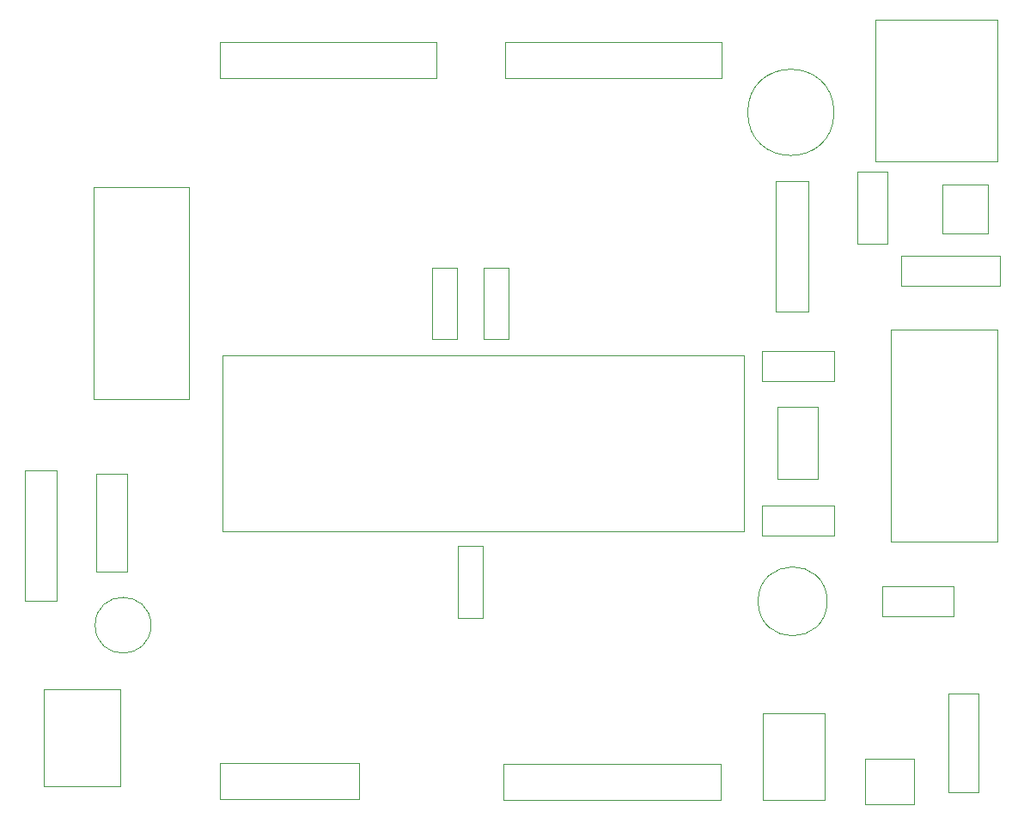
<source format=gbr>
%TF.GenerationSoftware,KiCad,Pcbnew,5.1.4-3.fc30*%
%TF.CreationDate,2019-10-13T14:19:49+02:00*%
%TF.ProjectId,avr_dev_board_atmega16,6176725f-6465-4765-9f62-6f6172645f61,1_0*%
%TF.SameCoordinates,PX2652348PY7832370*%
%TF.FileFunction,Other,User*%
%FSLAX46Y46*%
G04 Gerber Fmt 4.6, Leading zero omitted, Abs format (unit mm)*
G04 Created by KiCad (PCBNEW 5.1.4-3.fc30) date 2019-10-13 14:19:49*
%MOMM*%
%LPD*%
G04 APERTURE LIST*
%ADD10C,0.050000*%
G04 APERTURE END LIST*
D10*
%TO.C,U2*%
X98130400Y48528800D02*
X87630400Y48528800D01*
X98130400Y27568800D02*
X98130400Y48528800D01*
X87630400Y27568800D02*
X98130400Y27568800D01*
X87630400Y48528800D02*
X87630400Y27568800D01*
%TO.C,R3*%
X96265400Y2909800D02*
X96265400Y12629800D01*
X93265400Y2909800D02*
X96265400Y2909800D01*
X93265400Y12629800D02*
X93265400Y2909800D01*
X96265400Y12629800D02*
X93265400Y12629800D01*
%TO.C,R2*%
X98339400Y55797600D02*
X88619400Y55797600D01*
X98339400Y52797600D02*
X98339400Y55797600D01*
X88619400Y52797600D02*
X98339400Y52797600D01*
X88619400Y55797600D02*
X88619400Y52797600D01*
%TO.C,R1*%
X12307900Y24604000D02*
X12307900Y34324000D01*
X9307900Y24604000D02*
X12307900Y24604000D01*
X9307900Y34324000D02*
X9307900Y24604000D01*
X12307900Y34324000D02*
X9307900Y34324000D01*
%TO.C,J2*%
X86082400Y65098800D02*
X98082400Y65098800D01*
X86082400Y79098800D02*
X86082400Y65098800D01*
X98082400Y79098800D02*
X86082400Y79098800D01*
X98082400Y65098800D02*
X98082400Y79098800D01*
%TO.C,D4*%
X89885400Y6209800D02*
X85035400Y6209800D01*
X89885400Y1709800D02*
X89885400Y6209800D01*
X85035400Y1709800D02*
X89885400Y1709800D01*
X85035400Y6209800D02*
X85035400Y1709800D01*
%TO.C,D3*%
X79469400Y50298400D02*
X79469400Y63158400D01*
X76269400Y50298400D02*
X79469400Y50298400D01*
X76269400Y63158400D02*
X76269400Y50298400D01*
X79469400Y63158400D02*
X76269400Y63158400D01*
%TO.C,D2*%
X92649400Y62826100D02*
X92649400Y57976100D01*
X97149400Y62826100D02*
X92649400Y62826100D01*
X97149400Y57976100D02*
X97149400Y62826100D01*
X92649400Y57976100D02*
X97149400Y57976100D01*
%TO.C,C10*%
X86706400Y20209800D02*
X93806400Y20209800D01*
X86706400Y23209800D02*
X86706400Y20209800D01*
X93806400Y23209800D02*
X86706400Y23209800D01*
X93806400Y20209800D02*
X93806400Y23209800D01*
%TO.C,C9*%
X81310400Y21709800D02*
G75*
G03X81310400Y21709800I-3400000J0D01*
G01*
%TO.C,C8*%
X84281400Y64104200D02*
X84281400Y57004200D01*
X87281400Y64104200D02*
X84281400Y64104200D01*
X87281400Y57004200D02*
X87281400Y64104200D01*
X84281400Y57004200D02*
X87281400Y57004200D01*
%TO.C,C7*%
X81987400Y69942100D02*
G75*
G03X81987400Y69942100I-4250000J0D01*
G01*
%TO.C,Y1*%
X76433400Y40870200D02*
X76433400Y33770200D01*
X80433400Y40870200D02*
X76433400Y40870200D01*
X80433400Y33770200D02*
X80433400Y40870200D01*
X76433400Y33770200D02*
X80433400Y33770200D01*
%TO.C,C3*%
X81983400Y46440200D02*
X74883400Y46440200D01*
X81983400Y43440200D02*
X81983400Y46440200D01*
X74883400Y43440200D02*
X81983400Y43440200D01*
X74883400Y46440200D02*
X74883400Y43440200D01*
%TO.C,C2*%
X81983400Y31200200D02*
X74883400Y31200200D01*
X81983400Y28200200D02*
X81983400Y31200200D01*
X74883400Y28200200D02*
X81983400Y28200200D01*
X74883400Y31200200D02*
X74883400Y28200200D01*
%TO.C,J1*%
X9061600Y62550800D02*
X18421600Y62550800D01*
X9061600Y41690800D02*
X9061600Y62550800D01*
X18421600Y41690800D02*
X9061600Y41690800D01*
X18421600Y62550800D02*
X18421600Y41690800D01*
%TO.C,J6*%
X81046400Y2159800D02*
X74946400Y2159800D01*
X81046400Y10709800D02*
X81046400Y2159800D01*
X74946400Y10709800D02*
X81046400Y10709800D01*
X74946400Y2159800D02*
X74946400Y10709800D01*
%TO.C,J7*%
X70796300Y2159800D02*
X49446300Y2159800D01*
X70796300Y5709800D02*
X70796300Y2159800D01*
X49446300Y5709800D02*
X70796300Y5709800D01*
X49446300Y2159800D02*
X49446300Y5709800D01*
%TO.C,J4*%
X49576400Y76879400D02*
X70926400Y76879400D01*
X49576400Y73329400D02*
X49576400Y76879400D01*
X70926400Y73329400D02*
X49576400Y73329400D01*
X70926400Y76879400D02*
X70926400Y73329400D01*
%TO.C,J3*%
X42842000Y73329400D02*
X21492000Y73329400D01*
X42842000Y76879400D02*
X42842000Y73329400D01*
X21492000Y76879400D02*
X42842000Y76879400D01*
X21492000Y73329400D02*
X21492000Y76879400D01*
%TO.C,J5*%
X35192000Y2209800D02*
X21492000Y2209800D01*
X35192000Y5759800D02*
X35192000Y2209800D01*
X21492000Y5759800D02*
X35192000Y5759800D01*
X21492000Y2209800D02*
X21492000Y5759800D01*
%TO.C,SW1*%
X11363600Y3505800D02*
X4363600Y3505800D01*
X4113600Y3755800D02*
X4113600Y12755800D01*
X4363600Y13005800D02*
X11363600Y13005800D01*
X11613600Y12755800D02*
X11613600Y3755800D01*
X4113600Y13005800D02*
X4113600Y12755800D01*
X4363600Y13005800D02*
X4113600Y13005800D01*
X11613600Y13005800D02*
X11613600Y12755800D01*
X11363600Y13005800D02*
X11613600Y13005800D01*
X11613600Y3505800D02*
X11363600Y3505800D01*
X11613600Y3755800D02*
X11613600Y3505800D01*
X4113600Y3505800D02*
X4363600Y3505800D01*
X4113600Y3755800D02*
X4113600Y3505800D01*
%TO.C,C1*%
X14668200Y19354800D02*
G75*
G03X14668200Y19354800I-2750000J0D01*
G01*
%TO.C,C4*%
X42412000Y54647800D02*
X42412000Y47547800D01*
X44812000Y54647800D02*
X42412000Y54647800D01*
X44812000Y47547800D02*
X44812000Y54647800D01*
X42412000Y47547800D02*
X44812000Y47547800D01*
%TO.C,C5*%
X47352000Y20048000D02*
X47352000Y27148000D01*
X44952000Y20048000D02*
X47352000Y20048000D01*
X44952000Y27148000D02*
X44952000Y20048000D01*
X47352000Y27148000D02*
X44952000Y27148000D01*
%TO.C,C6*%
X49892000Y47547800D02*
X49892000Y54647800D01*
X47492000Y47547800D02*
X49892000Y47547800D01*
X47492000Y54647800D02*
X47492000Y47547800D01*
X49892000Y54647800D02*
X47492000Y54647800D01*
%TO.C,D1*%
X5422900Y21764000D02*
X5422900Y34624000D01*
X2222900Y21764000D02*
X5422900Y21764000D01*
X2222900Y34624000D02*
X2222900Y21764000D01*
X5422900Y34624000D02*
X2222900Y34624000D01*
%TO.C,U1*%
X21742000Y46000200D02*
X21742000Y28650200D01*
X73092000Y46000200D02*
X21742000Y46000200D01*
X73092000Y28650200D02*
X73092000Y46000200D01*
X21742000Y28650200D02*
X73092000Y28650200D01*
%TD*%
M02*

</source>
